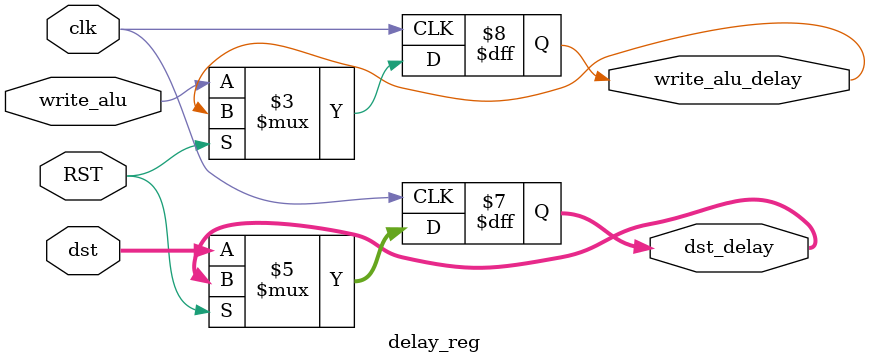
<source format=v>
module delay_reg(
	input wire clk,
	input wire RST,
	input wire [5:0] dst,
	input wire write_alu,
	output reg [5:0] dst_delay,
	output reg write_alu_delay
);

always @(posedge clk) 
begin
	if(!RST)
	begin
		dst_delay <= dst;   
		write_alu_delay <= write_alu;
	end
end

endmodule
</source>
